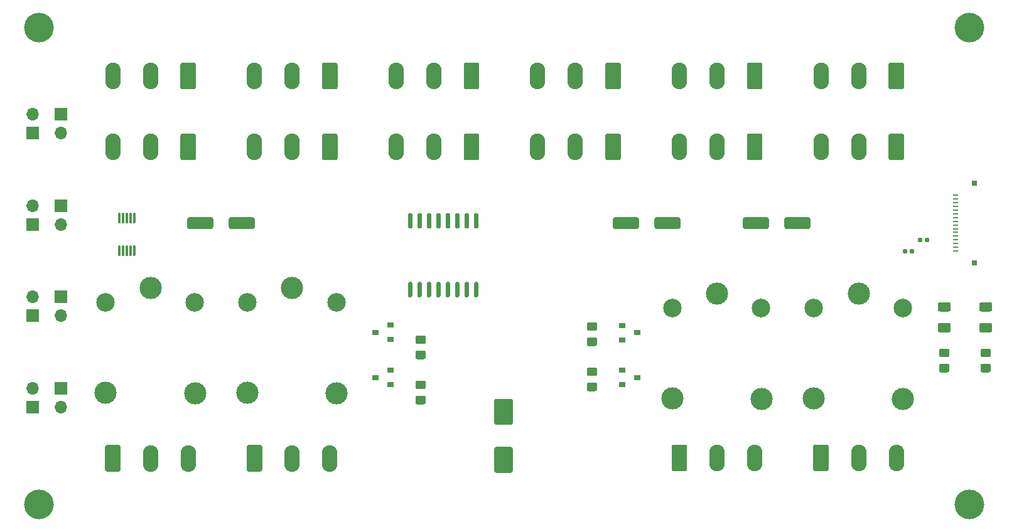
<source format=gts>
G04 #@! TF.GenerationSoftware,KiCad,Pcbnew,(5.1.6)-1*
G04 #@! TF.CreationDate,2020-09-21T23:14:33+02:00*
G04 #@! TF.ProjectId,Brewnode_PCB,42726577-6e6f-4646-955f-5043422e6b69,1.0*
G04 #@! TF.SameCoordinates,Original*
G04 #@! TF.FileFunction,Soldermask,Top*
G04 #@! TF.FilePolarity,Negative*
%FSLAX46Y46*%
G04 Gerber Fmt 4.6, Leading zero omitted, Abs format (unit mm)*
G04 Created by KiCad (PCBNEW (5.1.6)-1) date 2020-09-21 23:14:33*
%MOMM*%
%LPD*%
G01*
G04 APERTURE LIST*
%ADD10C,4.000000*%
%ADD11O,2.080000X3.600000*%
%ADD12R,0.900000X0.800000*%
%ADD13C,3.000000*%
%ADD14C,2.500000*%
%ADD15O,1.700000X1.700000*%
%ADD16R,1.700000X1.700000*%
%ADD17R,0.800000X0.800000*%
%ADD18R,0.800000X0.250000*%
G04 APERTURE END LIST*
D10*
X70715000Y-79896000D03*
X196189524Y-144285000D03*
X70715000Y-144285000D03*
X196191000Y-79896000D03*
D11*
X186295000Y-137987200D03*
X181215000Y-137987200D03*
G36*
G01*
X175095000Y-139537201D02*
X175095000Y-136437199D01*
G75*
G02*
X175344999Y-136187200I249999J0D01*
G01*
X176925001Y-136187200D01*
G75*
G02*
X177175000Y-136437199I0J-249999D01*
G01*
X177175000Y-139537201D01*
G75*
G02*
X176925001Y-139787200I-249999J0D01*
G01*
X175344999Y-139787200D01*
G75*
G02*
X175095000Y-139537201I0J249999D01*
G01*
G37*
X167192840Y-137987200D03*
X162112840Y-137987200D03*
G36*
G01*
X155992840Y-139537201D02*
X155992840Y-136437199D01*
G75*
G02*
X156242839Y-136187200I249999J0D01*
G01*
X157822841Y-136187200D01*
G75*
G02*
X158072840Y-136437199I0J-249999D01*
G01*
X158072840Y-139537201D01*
G75*
G02*
X157822841Y-139787200I-249999J0D01*
G01*
X156242839Y-139787200D01*
G75*
G02*
X155992840Y-139537201I0J249999D01*
G01*
G37*
G36*
G01*
X83451000Y-109311000D02*
X83601000Y-109311000D01*
G75*
G02*
X83676000Y-109386000I0J-75000D01*
G01*
X83676000Y-110686000D01*
G75*
G02*
X83601000Y-110761000I-75000J0D01*
G01*
X83451000Y-110761000D01*
G75*
G02*
X83376000Y-110686000I0J75000D01*
G01*
X83376000Y-109386000D01*
G75*
G02*
X83451000Y-109311000I75000J0D01*
G01*
G37*
G36*
G01*
X82951000Y-109311000D02*
X83101000Y-109311000D01*
G75*
G02*
X83176000Y-109386000I0J-75000D01*
G01*
X83176000Y-110686000D01*
G75*
G02*
X83101000Y-110761000I-75000J0D01*
G01*
X82951000Y-110761000D01*
G75*
G02*
X82876000Y-110686000I0J75000D01*
G01*
X82876000Y-109386000D01*
G75*
G02*
X82951000Y-109311000I75000J0D01*
G01*
G37*
G36*
G01*
X82451000Y-109311000D02*
X82601000Y-109311000D01*
G75*
G02*
X82676000Y-109386000I0J-75000D01*
G01*
X82676000Y-110686000D01*
G75*
G02*
X82601000Y-110761000I-75000J0D01*
G01*
X82451000Y-110761000D01*
G75*
G02*
X82376000Y-110686000I0J75000D01*
G01*
X82376000Y-109386000D01*
G75*
G02*
X82451000Y-109311000I75000J0D01*
G01*
G37*
G36*
G01*
X81951000Y-109311000D02*
X82101000Y-109311000D01*
G75*
G02*
X82176000Y-109386000I0J-75000D01*
G01*
X82176000Y-110686000D01*
G75*
G02*
X82101000Y-110761000I-75000J0D01*
G01*
X81951000Y-110761000D01*
G75*
G02*
X81876000Y-110686000I0J75000D01*
G01*
X81876000Y-109386000D01*
G75*
G02*
X81951000Y-109311000I75000J0D01*
G01*
G37*
G36*
G01*
X81451000Y-109311000D02*
X81601000Y-109311000D01*
G75*
G02*
X81676000Y-109386000I0J-75000D01*
G01*
X81676000Y-110686000D01*
G75*
G02*
X81601000Y-110761000I-75000J0D01*
G01*
X81451000Y-110761000D01*
G75*
G02*
X81376000Y-110686000I0J75000D01*
G01*
X81376000Y-109386000D01*
G75*
G02*
X81451000Y-109311000I75000J0D01*
G01*
G37*
G36*
G01*
X81451000Y-104911000D02*
X81601000Y-104911000D01*
G75*
G02*
X81676000Y-104986000I0J-75000D01*
G01*
X81676000Y-106286000D01*
G75*
G02*
X81601000Y-106361000I-75000J0D01*
G01*
X81451000Y-106361000D01*
G75*
G02*
X81376000Y-106286000I0J75000D01*
G01*
X81376000Y-104986000D01*
G75*
G02*
X81451000Y-104911000I75000J0D01*
G01*
G37*
G36*
G01*
X81951000Y-104911000D02*
X82101000Y-104911000D01*
G75*
G02*
X82176000Y-104986000I0J-75000D01*
G01*
X82176000Y-106286000D01*
G75*
G02*
X82101000Y-106361000I-75000J0D01*
G01*
X81951000Y-106361000D01*
G75*
G02*
X81876000Y-106286000I0J75000D01*
G01*
X81876000Y-104986000D01*
G75*
G02*
X81951000Y-104911000I75000J0D01*
G01*
G37*
G36*
G01*
X82451000Y-104911000D02*
X82601000Y-104911000D01*
G75*
G02*
X82676000Y-104986000I0J-75000D01*
G01*
X82676000Y-106286000D01*
G75*
G02*
X82601000Y-106361000I-75000J0D01*
G01*
X82451000Y-106361000D01*
G75*
G02*
X82376000Y-106286000I0J75000D01*
G01*
X82376000Y-104986000D01*
G75*
G02*
X82451000Y-104911000I75000J0D01*
G01*
G37*
G36*
G01*
X82951000Y-104911000D02*
X83101000Y-104911000D01*
G75*
G02*
X83176000Y-104986000I0J-75000D01*
G01*
X83176000Y-106286000D01*
G75*
G02*
X83101000Y-106361000I-75000J0D01*
G01*
X82951000Y-106361000D01*
G75*
G02*
X82876000Y-106286000I0J75000D01*
G01*
X82876000Y-104986000D01*
G75*
G02*
X82951000Y-104911000I75000J0D01*
G01*
G37*
G36*
G01*
X83451000Y-104911000D02*
X83601000Y-104911000D01*
G75*
G02*
X83676000Y-104986000I0J-75000D01*
G01*
X83676000Y-106286000D01*
G75*
G02*
X83601000Y-106361000I-75000J0D01*
G01*
X83451000Y-106361000D01*
G75*
G02*
X83376000Y-106286000I0J75000D01*
G01*
X83376000Y-104986000D01*
G75*
G02*
X83451000Y-104911000I75000J0D01*
G01*
G37*
G36*
G01*
X129493000Y-114255000D02*
X129793000Y-114255000D01*
G75*
G02*
X129943000Y-114405000I0J-150000D01*
G01*
X129943000Y-116155000D01*
G75*
G02*
X129793000Y-116305000I-150000J0D01*
G01*
X129493000Y-116305000D01*
G75*
G02*
X129343000Y-116155000I0J150000D01*
G01*
X129343000Y-114405000D01*
G75*
G02*
X129493000Y-114255000I150000J0D01*
G01*
G37*
G36*
G01*
X128223000Y-114255000D02*
X128523000Y-114255000D01*
G75*
G02*
X128673000Y-114405000I0J-150000D01*
G01*
X128673000Y-116155000D01*
G75*
G02*
X128523000Y-116305000I-150000J0D01*
G01*
X128223000Y-116305000D01*
G75*
G02*
X128073000Y-116155000I0J150000D01*
G01*
X128073000Y-114405000D01*
G75*
G02*
X128223000Y-114255000I150000J0D01*
G01*
G37*
G36*
G01*
X126953000Y-114255000D02*
X127253000Y-114255000D01*
G75*
G02*
X127403000Y-114405000I0J-150000D01*
G01*
X127403000Y-116155000D01*
G75*
G02*
X127253000Y-116305000I-150000J0D01*
G01*
X126953000Y-116305000D01*
G75*
G02*
X126803000Y-116155000I0J150000D01*
G01*
X126803000Y-114405000D01*
G75*
G02*
X126953000Y-114255000I150000J0D01*
G01*
G37*
G36*
G01*
X125683000Y-114255000D02*
X125983000Y-114255000D01*
G75*
G02*
X126133000Y-114405000I0J-150000D01*
G01*
X126133000Y-116155000D01*
G75*
G02*
X125983000Y-116305000I-150000J0D01*
G01*
X125683000Y-116305000D01*
G75*
G02*
X125533000Y-116155000I0J150000D01*
G01*
X125533000Y-114405000D01*
G75*
G02*
X125683000Y-114255000I150000J0D01*
G01*
G37*
G36*
G01*
X124413000Y-114255000D02*
X124713000Y-114255000D01*
G75*
G02*
X124863000Y-114405000I0J-150000D01*
G01*
X124863000Y-116155000D01*
G75*
G02*
X124713000Y-116305000I-150000J0D01*
G01*
X124413000Y-116305000D01*
G75*
G02*
X124263000Y-116155000I0J150000D01*
G01*
X124263000Y-114405000D01*
G75*
G02*
X124413000Y-114255000I150000J0D01*
G01*
G37*
G36*
G01*
X123143000Y-114255000D02*
X123443000Y-114255000D01*
G75*
G02*
X123593000Y-114405000I0J-150000D01*
G01*
X123593000Y-116155000D01*
G75*
G02*
X123443000Y-116305000I-150000J0D01*
G01*
X123143000Y-116305000D01*
G75*
G02*
X122993000Y-116155000I0J150000D01*
G01*
X122993000Y-114405000D01*
G75*
G02*
X123143000Y-114255000I150000J0D01*
G01*
G37*
G36*
G01*
X121873000Y-114255000D02*
X122173000Y-114255000D01*
G75*
G02*
X122323000Y-114405000I0J-150000D01*
G01*
X122323000Y-116155000D01*
G75*
G02*
X122173000Y-116305000I-150000J0D01*
G01*
X121873000Y-116305000D01*
G75*
G02*
X121723000Y-116155000I0J150000D01*
G01*
X121723000Y-114405000D01*
G75*
G02*
X121873000Y-114255000I150000J0D01*
G01*
G37*
G36*
G01*
X120603000Y-114255000D02*
X120903000Y-114255000D01*
G75*
G02*
X121053000Y-114405000I0J-150000D01*
G01*
X121053000Y-116155000D01*
G75*
G02*
X120903000Y-116305000I-150000J0D01*
G01*
X120603000Y-116305000D01*
G75*
G02*
X120453000Y-116155000I0J150000D01*
G01*
X120453000Y-114405000D01*
G75*
G02*
X120603000Y-114255000I150000J0D01*
G01*
G37*
G36*
G01*
X120603000Y-104955000D02*
X120903000Y-104955000D01*
G75*
G02*
X121053000Y-105105000I0J-150000D01*
G01*
X121053000Y-106855000D01*
G75*
G02*
X120903000Y-107005000I-150000J0D01*
G01*
X120603000Y-107005000D01*
G75*
G02*
X120453000Y-106855000I0J150000D01*
G01*
X120453000Y-105105000D01*
G75*
G02*
X120603000Y-104955000I150000J0D01*
G01*
G37*
G36*
G01*
X121873000Y-104955000D02*
X122173000Y-104955000D01*
G75*
G02*
X122323000Y-105105000I0J-150000D01*
G01*
X122323000Y-106855000D01*
G75*
G02*
X122173000Y-107005000I-150000J0D01*
G01*
X121873000Y-107005000D01*
G75*
G02*
X121723000Y-106855000I0J150000D01*
G01*
X121723000Y-105105000D01*
G75*
G02*
X121873000Y-104955000I150000J0D01*
G01*
G37*
G36*
G01*
X123143000Y-104955000D02*
X123443000Y-104955000D01*
G75*
G02*
X123593000Y-105105000I0J-150000D01*
G01*
X123593000Y-106855000D01*
G75*
G02*
X123443000Y-107005000I-150000J0D01*
G01*
X123143000Y-107005000D01*
G75*
G02*
X122993000Y-106855000I0J150000D01*
G01*
X122993000Y-105105000D01*
G75*
G02*
X123143000Y-104955000I150000J0D01*
G01*
G37*
G36*
G01*
X124413000Y-104955000D02*
X124713000Y-104955000D01*
G75*
G02*
X124863000Y-105105000I0J-150000D01*
G01*
X124863000Y-106855000D01*
G75*
G02*
X124713000Y-107005000I-150000J0D01*
G01*
X124413000Y-107005000D01*
G75*
G02*
X124263000Y-106855000I0J150000D01*
G01*
X124263000Y-105105000D01*
G75*
G02*
X124413000Y-104955000I150000J0D01*
G01*
G37*
G36*
G01*
X125683000Y-104955000D02*
X125983000Y-104955000D01*
G75*
G02*
X126133000Y-105105000I0J-150000D01*
G01*
X126133000Y-106855000D01*
G75*
G02*
X125983000Y-107005000I-150000J0D01*
G01*
X125683000Y-107005000D01*
G75*
G02*
X125533000Y-106855000I0J150000D01*
G01*
X125533000Y-105105000D01*
G75*
G02*
X125683000Y-104955000I150000J0D01*
G01*
G37*
G36*
G01*
X126953000Y-104955000D02*
X127253000Y-104955000D01*
G75*
G02*
X127403000Y-105105000I0J-150000D01*
G01*
X127403000Y-106855000D01*
G75*
G02*
X127253000Y-107005000I-150000J0D01*
G01*
X126953000Y-107005000D01*
G75*
G02*
X126803000Y-106855000I0J150000D01*
G01*
X126803000Y-105105000D01*
G75*
G02*
X126953000Y-104955000I150000J0D01*
G01*
G37*
G36*
G01*
X128223000Y-104955000D02*
X128523000Y-104955000D01*
G75*
G02*
X128673000Y-105105000I0J-150000D01*
G01*
X128673000Y-106855000D01*
G75*
G02*
X128523000Y-107005000I-150000J0D01*
G01*
X128223000Y-107005000D01*
G75*
G02*
X128073000Y-106855000I0J150000D01*
G01*
X128073000Y-105105000D01*
G75*
G02*
X128223000Y-104955000I150000J0D01*
G01*
G37*
G36*
G01*
X129493000Y-104955000D02*
X129793000Y-104955000D01*
G75*
G02*
X129943000Y-105105000I0J-150000D01*
G01*
X129943000Y-106855000D01*
G75*
G02*
X129793000Y-107005000I-150000J0D01*
G01*
X129493000Y-107005000D01*
G75*
G02*
X129343000Y-106855000I0J150000D01*
G01*
X129343000Y-105105000D01*
G75*
G02*
X129493000Y-104955000I150000J0D01*
G01*
G37*
G36*
G01*
X145714001Y-126944000D02*
X144813999Y-126944000D01*
G75*
G02*
X144564000Y-126694001I0J249999D01*
G01*
X144564000Y-126043999D01*
G75*
G02*
X144813999Y-125794000I249999J0D01*
G01*
X145714001Y-125794000D01*
G75*
G02*
X145964000Y-126043999I0J-249999D01*
G01*
X145964000Y-126694001D01*
G75*
G02*
X145714001Y-126944000I-249999J0D01*
G01*
G37*
G36*
G01*
X145714001Y-128994000D02*
X144813999Y-128994000D01*
G75*
G02*
X144564000Y-128744001I0J249999D01*
G01*
X144564000Y-128093999D01*
G75*
G02*
X144813999Y-127844000I249999J0D01*
G01*
X145714001Y-127844000D01*
G75*
G02*
X145964000Y-128093999I0J-249999D01*
G01*
X145964000Y-128744001D01*
G75*
G02*
X145714001Y-128994000I-249999J0D01*
G01*
G37*
G36*
G01*
X145714001Y-120848000D02*
X144813999Y-120848000D01*
G75*
G02*
X144564000Y-120598001I0J249999D01*
G01*
X144564000Y-119947999D01*
G75*
G02*
X144813999Y-119698000I249999J0D01*
G01*
X145714001Y-119698000D01*
G75*
G02*
X145964000Y-119947999I0J-249999D01*
G01*
X145964000Y-120598001D01*
G75*
G02*
X145714001Y-120848000I-249999J0D01*
G01*
G37*
G36*
G01*
X145714001Y-122898000D02*
X144813999Y-122898000D01*
G75*
G02*
X144564000Y-122648001I0J249999D01*
G01*
X144564000Y-121997999D01*
G75*
G02*
X144813999Y-121748000I249999J0D01*
G01*
X145714001Y-121748000D01*
G75*
G02*
X145964000Y-121997999I0J-249999D01*
G01*
X145964000Y-122648001D01*
G75*
G02*
X145714001Y-122898000I-249999J0D01*
G01*
G37*
G36*
G01*
X122600001Y-122626000D02*
X121699999Y-122626000D01*
G75*
G02*
X121450000Y-122376001I0J249999D01*
G01*
X121450000Y-121725999D01*
G75*
G02*
X121699999Y-121476000I249999J0D01*
G01*
X122600001Y-121476000D01*
G75*
G02*
X122850000Y-121725999I0J-249999D01*
G01*
X122850000Y-122376001D01*
G75*
G02*
X122600001Y-122626000I-249999J0D01*
G01*
G37*
G36*
G01*
X122600001Y-124676000D02*
X121699999Y-124676000D01*
G75*
G02*
X121450000Y-124426001I0J249999D01*
G01*
X121450000Y-123775999D01*
G75*
G02*
X121699999Y-123526000I249999J0D01*
G01*
X122600001Y-123526000D01*
G75*
G02*
X122850000Y-123775999I0J-249999D01*
G01*
X122850000Y-124426001D01*
G75*
G02*
X122600001Y-124676000I-249999J0D01*
G01*
G37*
G36*
G01*
X122600001Y-128722000D02*
X121699999Y-128722000D01*
G75*
G02*
X121450000Y-128472001I0J249999D01*
G01*
X121450000Y-127821999D01*
G75*
G02*
X121699999Y-127572000I249999J0D01*
G01*
X122600001Y-127572000D01*
G75*
G02*
X122850000Y-127821999I0J-249999D01*
G01*
X122850000Y-128472001D01*
G75*
G02*
X122600001Y-128722000I-249999J0D01*
G01*
G37*
G36*
G01*
X122600001Y-130772000D02*
X121699999Y-130772000D01*
G75*
G02*
X121450000Y-130522001I0J249999D01*
G01*
X121450000Y-129871999D01*
G75*
G02*
X121699999Y-129622000I249999J0D01*
G01*
X122600001Y-129622000D01*
G75*
G02*
X122850000Y-129871999I0J-249999D01*
G01*
X122850000Y-130522001D01*
G75*
G02*
X122600001Y-130772000I-249999J0D01*
G01*
G37*
G36*
G01*
X192311999Y-125304000D02*
X193212001Y-125304000D01*
G75*
G02*
X193462000Y-125553999I0J-249999D01*
G01*
X193462000Y-126204001D01*
G75*
G02*
X193212001Y-126454000I-249999J0D01*
G01*
X192311999Y-126454000D01*
G75*
G02*
X192062000Y-126204001I0J249999D01*
G01*
X192062000Y-125553999D01*
G75*
G02*
X192311999Y-125304000I249999J0D01*
G01*
G37*
G36*
G01*
X192311999Y-123254000D02*
X193212001Y-123254000D01*
G75*
G02*
X193462000Y-123503999I0J-249999D01*
G01*
X193462000Y-124154001D01*
G75*
G02*
X193212001Y-124404000I-249999J0D01*
G01*
X192311999Y-124404000D01*
G75*
G02*
X192062000Y-124154001I0J249999D01*
G01*
X192062000Y-123503999D01*
G75*
G02*
X192311999Y-123254000I249999J0D01*
G01*
G37*
G36*
G01*
X197899999Y-125304000D02*
X198800001Y-125304000D01*
G75*
G02*
X199050000Y-125553999I0J-249999D01*
G01*
X199050000Y-126204001D01*
G75*
G02*
X198800001Y-126454000I-249999J0D01*
G01*
X197899999Y-126454000D01*
G75*
G02*
X197650000Y-126204001I0J249999D01*
G01*
X197650000Y-125553999D01*
G75*
G02*
X197899999Y-125304000I249999J0D01*
G01*
G37*
G36*
G01*
X197899999Y-123254000D02*
X198800001Y-123254000D01*
G75*
G02*
X199050000Y-123503999I0J-249999D01*
G01*
X199050000Y-124154001D01*
G75*
G02*
X198800001Y-124404000I-249999J0D01*
G01*
X197899999Y-124404000D01*
G75*
G02*
X197650000Y-124154001I0J249999D01*
G01*
X197650000Y-123503999D01*
G75*
G02*
X197899999Y-123254000I249999J0D01*
G01*
G37*
D12*
X151344000Y-127140000D03*
X149344000Y-128090000D03*
X149344000Y-126190000D03*
X151328000Y-121110000D03*
X149328000Y-122060000D03*
X149328000Y-120160000D03*
X116070000Y-121044000D03*
X118070000Y-120094000D03*
X118070000Y-121994000D03*
X116070000Y-127140000D03*
X118070000Y-126190000D03*
X118070000Y-128090000D03*
D13*
X181215000Y-115837000D03*
D14*
X187165000Y-117787000D03*
D13*
X187215000Y-130037000D03*
X175165000Y-129987000D03*
D14*
X175165000Y-117787000D03*
D13*
X162112840Y-115837000D03*
D14*
X168062840Y-117787000D03*
D13*
X168112840Y-130037000D03*
X156062840Y-129987000D03*
D14*
X156062840Y-117787000D03*
D13*
X104818360Y-115075000D03*
D14*
X110768360Y-117025000D03*
D13*
X110818360Y-129275000D03*
X98768360Y-129225000D03*
D14*
X98768360Y-117025000D03*
D13*
X85720200Y-115075000D03*
D14*
X91670200Y-117025000D03*
D13*
X91720200Y-129275000D03*
X79670200Y-129225000D03*
D14*
X79670200Y-117025000D03*
D15*
X69826000Y-128631666D03*
D16*
X69826000Y-131171666D03*
D15*
X73636000Y-131161666D03*
D16*
X73636000Y-128621666D03*
D15*
X69826000Y-116284444D03*
D16*
X69826000Y-118824444D03*
D15*
X73636000Y-118814444D03*
D16*
X73636000Y-116274444D03*
D15*
X69826000Y-103937222D03*
D16*
X69826000Y-106477222D03*
D15*
X73636000Y-106467222D03*
D16*
X73636000Y-103927222D03*
D15*
X69826000Y-91580000D03*
D16*
X69826000Y-94120000D03*
D15*
X73636000Y-94120000D03*
D16*
X73636000Y-91580000D03*
D17*
X196786000Y-100962000D03*
X196786000Y-111662000D03*
D18*
X194286000Y-102562000D03*
X194286000Y-103062000D03*
X194286000Y-103562000D03*
X194286000Y-104062000D03*
X194286000Y-104562000D03*
X194286000Y-105062000D03*
X194286000Y-105562000D03*
X194286000Y-106062000D03*
X194286000Y-106562000D03*
X194286000Y-107062000D03*
X194286000Y-107562000D03*
X194286000Y-108062000D03*
X194286000Y-108562000D03*
X194286000Y-109062000D03*
X194286000Y-109562000D03*
X194286000Y-110062000D03*
D11*
X176135000Y-96025000D03*
X181215000Y-96025000D03*
G36*
G01*
X187335000Y-94474999D02*
X187335000Y-97575001D01*
G75*
G02*
X187085001Y-97825000I-249999J0D01*
G01*
X185504999Y-97825000D01*
G75*
G02*
X185255000Y-97575001I0J249999D01*
G01*
X185255000Y-94474999D01*
G75*
G02*
X185504999Y-94225000I249999J0D01*
G01*
X187085001Y-94225000D01*
G75*
G02*
X187335000Y-94474999I0J-249999D01*
G01*
G37*
X157032840Y-96025000D03*
X162112840Y-96025000D03*
G36*
G01*
X168232840Y-94474999D02*
X168232840Y-97575001D01*
G75*
G02*
X167982841Y-97825000I-249999J0D01*
G01*
X166402839Y-97825000D01*
G75*
G02*
X166152840Y-97575001I0J249999D01*
G01*
X166152840Y-94474999D01*
G75*
G02*
X166402839Y-94225000I249999J0D01*
G01*
X167982841Y-94225000D01*
G75*
G02*
X168232840Y-94474999I0J-249999D01*
G01*
G37*
X157032840Y-86445200D03*
X162112840Y-86445200D03*
G36*
G01*
X168232840Y-84895199D02*
X168232840Y-87995201D01*
G75*
G02*
X167982841Y-88245200I-249999J0D01*
G01*
X166402839Y-88245200D01*
G75*
G02*
X166152840Y-87995201I0J249999D01*
G01*
X166152840Y-84895199D01*
G75*
G02*
X166402839Y-84645200I249999J0D01*
G01*
X167982841Y-84645200D01*
G75*
G02*
X168232840Y-84895199I0J-249999D01*
G01*
G37*
X176131000Y-86445200D03*
X181211000Y-86445200D03*
G36*
G01*
X187331000Y-84895199D02*
X187331000Y-87995201D01*
G75*
G02*
X187081001Y-88245200I-249999J0D01*
G01*
X185500999Y-88245200D01*
G75*
G02*
X185251000Y-87995201I0J249999D01*
G01*
X185251000Y-84895199D01*
G75*
G02*
X185500999Y-84645200I249999J0D01*
G01*
X187081001Y-84645200D01*
G75*
G02*
X187331000Y-84895199I0J-249999D01*
G01*
G37*
X99738360Y-96025000D03*
X104818360Y-96025000D03*
G36*
G01*
X110938360Y-94474999D02*
X110938360Y-97575001D01*
G75*
G02*
X110688361Y-97825000I-249999J0D01*
G01*
X109108359Y-97825000D01*
G75*
G02*
X108858360Y-97575001I0J249999D01*
G01*
X108858360Y-94474999D01*
G75*
G02*
X109108359Y-94225000I249999J0D01*
G01*
X110688361Y-94225000D01*
G75*
G02*
X110938360Y-94474999I0J-249999D01*
G01*
G37*
X80640200Y-96025000D03*
X85720200Y-96025000D03*
G36*
G01*
X91840200Y-94474999D02*
X91840200Y-97575001D01*
G75*
G02*
X91590201Y-97825000I-249999J0D01*
G01*
X90010199Y-97825000D01*
G75*
G02*
X89760200Y-97575001I0J249999D01*
G01*
X89760200Y-94474999D01*
G75*
G02*
X90010199Y-94225000I249999J0D01*
G01*
X91590201Y-94225000D01*
G75*
G02*
X91840200Y-94474999I0J-249999D01*
G01*
G37*
X80640200Y-86445200D03*
X85720200Y-86445200D03*
G36*
G01*
X91840200Y-84895199D02*
X91840200Y-87995201D01*
G75*
G02*
X91590201Y-88245200I-249999J0D01*
G01*
X90010199Y-88245200D01*
G75*
G02*
X89760200Y-87995201I0J249999D01*
G01*
X89760200Y-84895199D01*
G75*
G02*
X90010199Y-84645200I249999J0D01*
G01*
X91590201Y-84645200D01*
G75*
G02*
X91840200Y-84895199I0J-249999D01*
G01*
G37*
X99738360Y-86445200D03*
X104818360Y-86445200D03*
G36*
G01*
X110938360Y-84895199D02*
X110938360Y-87995201D01*
G75*
G02*
X110688361Y-88245200I-249999J0D01*
G01*
X109108359Y-88245200D01*
G75*
G02*
X108858360Y-87995201I0J249999D01*
G01*
X108858360Y-84895199D01*
G75*
G02*
X109108359Y-84645200I249999J0D01*
G01*
X110688361Y-84645200D01*
G75*
G02*
X110938360Y-84895199I0J-249999D01*
G01*
G37*
X109898360Y-138049200D03*
X104818360Y-138049200D03*
G36*
G01*
X98698360Y-139599201D02*
X98698360Y-136499199D01*
G75*
G02*
X98948359Y-136249200I249999J0D01*
G01*
X100528361Y-136249200D01*
G75*
G02*
X100778360Y-136499199I0J-249999D01*
G01*
X100778360Y-139599201D01*
G75*
G02*
X100528361Y-139849200I-249999J0D01*
G01*
X98948359Y-139849200D01*
G75*
G02*
X98698360Y-139599201I0J249999D01*
G01*
G37*
X90800200Y-138049200D03*
X85720200Y-138049200D03*
G36*
G01*
X79600200Y-139599201D02*
X79600200Y-136499199D01*
G75*
G02*
X79850199Y-136249200I249999J0D01*
G01*
X81430201Y-136249200D01*
G75*
G02*
X81680200Y-136499199I0J-249999D01*
G01*
X81680200Y-139599201D01*
G75*
G02*
X81430201Y-139849200I-249999J0D01*
G01*
X79850199Y-139849200D01*
G75*
G02*
X79600200Y-139599201I0J249999D01*
G01*
G37*
G36*
G01*
X149134680Y-94474999D02*
X149134680Y-97575001D01*
G75*
G02*
X148884681Y-97825000I-249999J0D01*
G01*
X147304679Y-97825000D01*
G75*
G02*
X147054680Y-97575001I0J249999D01*
G01*
X147054680Y-94474999D01*
G75*
G02*
X147304679Y-94225000I249999J0D01*
G01*
X148884681Y-94225000D01*
G75*
G02*
X149134680Y-94474999I0J-249999D01*
G01*
G37*
X143014680Y-96025000D03*
X137934680Y-96025000D03*
X118836520Y-96025000D03*
X123916520Y-96025000D03*
G36*
G01*
X130036520Y-94474999D02*
X130036520Y-97575001D01*
G75*
G02*
X129786521Y-97825000I-249999J0D01*
G01*
X128206519Y-97825000D01*
G75*
G02*
X127956520Y-97575001I0J249999D01*
G01*
X127956520Y-94474999D01*
G75*
G02*
X128206519Y-94225000I249999J0D01*
G01*
X129786521Y-94225000D01*
G75*
G02*
X130036520Y-94474999I0J-249999D01*
G01*
G37*
G36*
G01*
X130036520Y-84895199D02*
X130036520Y-87995201D01*
G75*
G02*
X129786521Y-88245200I-249999J0D01*
G01*
X128206519Y-88245200D01*
G75*
G02*
X127956520Y-87995201I0J249999D01*
G01*
X127956520Y-84895199D01*
G75*
G02*
X128206519Y-84645200I249999J0D01*
G01*
X129786521Y-84645200D01*
G75*
G02*
X130036520Y-84895199I0J-249999D01*
G01*
G37*
X123916520Y-86445200D03*
X118836520Y-86445200D03*
X137934680Y-86445200D03*
X143014680Y-86445200D03*
G36*
G01*
X149134680Y-84895199D02*
X149134680Y-87995201D01*
G75*
G02*
X148884681Y-88245200I-249999J0D01*
G01*
X147304679Y-88245200D01*
G75*
G02*
X147054680Y-87995201I0J249999D01*
G01*
X147054680Y-84895199D01*
G75*
G02*
X147304679Y-84645200I249999J0D01*
G01*
X148884681Y-84645200D01*
G75*
G02*
X149134680Y-84895199I0J-249999D01*
G01*
G37*
G36*
G01*
X190158000Y-108770500D02*
X190158000Y-108425500D01*
G75*
G02*
X190305500Y-108278000I147500J0D01*
G01*
X190600500Y-108278000D01*
G75*
G02*
X190748000Y-108425500I0J-147500D01*
G01*
X190748000Y-108770500D01*
G75*
G02*
X190600500Y-108918000I-147500J0D01*
G01*
X190305500Y-108918000D01*
G75*
G02*
X190158000Y-108770500I0J147500D01*
G01*
G37*
G36*
G01*
X189188000Y-108770500D02*
X189188000Y-108425500D01*
G75*
G02*
X189335500Y-108278000I147500J0D01*
G01*
X189630500Y-108278000D01*
G75*
G02*
X189778000Y-108425500I0J-147500D01*
G01*
X189778000Y-108770500D01*
G75*
G02*
X189630500Y-108918000I-147500J0D01*
G01*
X189335500Y-108918000D01*
G75*
G02*
X189188000Y-108770500I0J147500D01*
G01*
G37*
G36*
G01*
X188126000Y-110294500D02*
X188126000Y-109949500D01*
G75*
G02*
X188273500Y-109802000I147500J0D01*
G01*
X188568500Y-109802000D01*
G75*
G02*
X188716000Y-109949500I0J-147500D01*
G01*
X188716000Y-110294500D01*
G75*
G02*
X188568500Y-110442000I-147500J0D01*
G01*
X188273500Y-110442000D01*
G75*
G02*
X188126000Y-110294500I0J147500D01*
G01*
G37*
G36*
G01*
X187156000Y-110294500D02*
X187156000Y-109949500D01*
G75*
G02*
X187303500Y-109802000I147500J0D01*
G01*
X187598500Y-109802000D01*
G75*
G02*
X187746000Y-109949500I0J-147500D01*
G01*
X187746000Y-110294500D01*
G75*
G02*
X187598500Y-110442000I-147500J0D01*
G01*
X187303500Y-110442000D01*
G75*
G02*
X187156000Y-110294500I0J147500D01*
G01*
G37*
G36*
G01*
X193387000Y-118237000D02*
X192137000Y-118237000D01*
G75*
G02*
X191887000Y-117987000I0J250000D01*
G01*
X191887000Y-117237000D01*
G75*
G02*
X192137000Y-116987000I250000J0D01*
G01*
X193387000Y-116987000D01*
G75*
G02*
X193637000Y-117237000I0J-250000D01*
G01*
X193637000Y-117987000D01*
G75*
G02*
X193387000Y-118237000I-250000J0D01*
G01*
G37*
G36*
G01*
X193387000Y-121037000D02*
X192137000Y-121037000D01*
G75*
G02*
X191887000Y-120787000I0J250000D01*
G01*
X191887000Y-120037000D01*
G75*
G02*
X192137000Y-119787000I250000J0D01*
G01*
X193387000Y-119787000D01*
G75*
G02*
X193637000Y-120037000I0J-250000D01*
G01*
X193637000Y-120787000D01*
G75*
G02*
X193387000Y-121037000I-250000J0D01*
G01*
G37*
G36*
G01*
X198975000Y-118237000D02*
X197725000Y-118237000D01*
G75*
G02*
X197475000Y-117987000I0J250000D01*
G01*
X197475000Y-117237000D01*
G75*
G02*
X197725000Y-116987000I250000J0D01*
G01*
X198975000Y-116987000D01*
G75*
G02*
X199225000Y-117237000I0J-250000D01*
G01*
X199225000Y-117987000D01*
G75*
G02*
X198975000Y-118237000I-250000J0D01*
G01*
G37*
G36*
G01*
X198975000Y-121037000D02*
X197725000Y-121037000D01*
G75*
G02*
X197475000Y-120787000I0J250000D01*
G01*
X197475000Y-120037000D01*
G75*
G02*
X197725000Y-119787000I250000J0D01*
G01*
X198975000Y-119787000D01*
G75*
G02*
X199225000Y-120037000I0J-250000D01*
G01*
X199225000Y-120787000D01*
G75*
G02*
X198975000Y-121037000I-250000J0D01*
G01*
G37*
G36*
G01*
X171206000Y-106862000D02*
X171206000Y-105762000D01*
G75*
G02*
X171456000Y-105512000I250000J0D01*
G01*
X174456000Y-105512000D01*
G75*
G02*
X174706000Y-105762000I0J-250000D01*
G01*
X174706000Y-106862000D01*
G75*
G02*
X174456000Y-107112000I-250000J0D01*
G01*
X171456000Y-107112000D01*
G75*
G02*
X171206000Y-106862000I0J250000D01*
G01*
G37*
G36*
G01*
X165606000Y-106862000D02*
X165606000Y-105762000D01*
G75*
G02*
X165856000Y-105512000I250000J0D01*
G01*
X168856000Y-105512000D01*
G75*
G02*
X169106000Y-105762000I0J-250000D01*
G01*
X169106000Y-106862000D01*
G75*
G02*
X168856000Y-107112000I-250000J0D01*
G01*
X165856000Y-107112000D01*
G75*
G02*
X165606000Y-106862000I0J250000D01*
G01*
G37*
G36*
G01*
X96276000Y-106862000D02*
X96276000Y-105762000D01*
G75*
G02*
X96526000Y-105512000I250000J0D01*
G01*
X99526000Y-105512000D01*
G75*
G02*
X99776000Y-105762000I0J-250000D01*
G01*
X99776000Y-106862000D01*
G75*
G02*
X99526000Y-107112000I-250000J0D01*
G01*
X96526000Y-107112000D01*
G75*
G02*
X96276000Y-106862000I0J250000D01*
G01*
G37*
G36*
G01*
X90676000Y-106862000D02*
X90676000Y-105762000D01*
G75*
G02*
X90926000Y-105512000I250000J0D01*
G01*
X93926000Y-105512000D01*
G75*
G02*
X94176000Y-105762000I0J-250000D01*
G01*
X94176000Y-106862000D01*
G75*
G02*
X93926000Y-107112000I-250000J0D01*
G01*
X90926000Y-107112000D01*
G75*
G02*
X90676000Y-106862000I0J250000D01*
G01*
G37*
G36*
G01*
X134326000Y-133514000D02*
X132326000Y-133514000D01*
G75*
G02*
X132076000Y-133264000I0J250000D01*
G01*
X132076000Y-130264000D01*
G75*
G02*
X132326000Y-130014000I250000J0D01*
G01*
X134326000Y-130014000D01*
G75*
G02*
X134576000Y-130264000I0J-250000D01*
G01*
X134576000Y-133264000D01*
G75*
G02*
X134326000Y-133514000I-250000J0D01*
G01*
G37*
G36*
G01*
X134326000Y-140014000D02*
X132326000Y-140014000D01*
G75*
G02*
X132076000Y-139764000I0J250000D01*
G01*
X132076000Y-136764000D01*
G75*
G02*
X132326000Y-136514000I250000J0D01*
G01*
X134326000Y-136514000D01*
G75*
G02*
X134576000Y-136764000I0J-250000D01*
G01*
X134576000Y-139764000D01*
G75*
G02*
X134326000Y-140014000I-250000J0D01*
G01*
G37*
G36*
G01*
X153680000Y-106862000D02*
X153680000Y-105762000D01*
G75*
G02*
X153930000Y-105512000I250000J0D01*
G01*
X156930000Y-105512000D01*
G75*
G02*
X157180000Y-105762000I0J-250000D01*
G01*
X157180000Y-106862000D01*
G75*
G02*
X156930000Y-107112000I-250000J0D01*
G01*
X153930000Y-107112000D01*
G75*
G02*
X153680000Y-106862000I0J250000D01*
G01*
G37*
G36*
G01*
X148080000Y-106862000D02*
X148080000Y-105762000D01*
G75*
G02*
X148330000Y-105512000I250000J0D01*
G01*
X151330000Y-105512000D01*
G75*
G02*
X151580000Y-105762000I0J-250000D01*
G01*
X151580000Y-106862000D01*
G75*
G02*
X151330000Y-107112000I-250000J0D01*
G01*
X148330000Y-107112000D01*
G75*
G02*
X148080000Y-106862000I0J250000D01*
G01*
G37*
M02*

</source>
